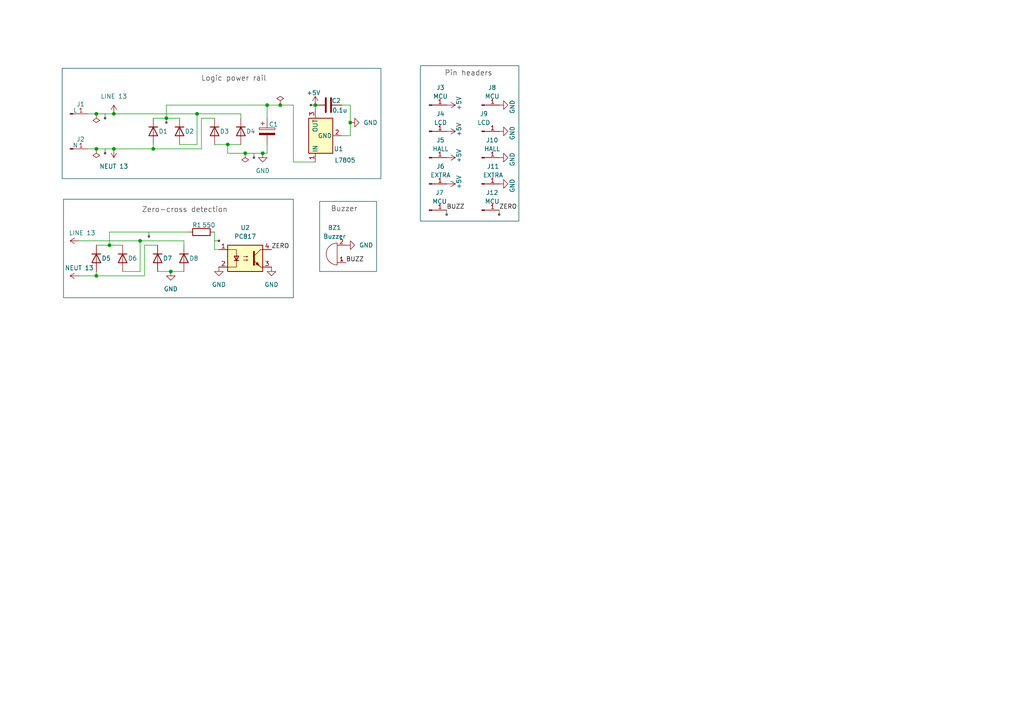
<source format=kicad_sch>
(kicad_sch (version 20250114) (generator "eeschema") (generator_version "9.0")
  (paper "A4")
  (lib_symbols
    (symbol "Connector:Conn_01x01_Pin" (pin_names (offset 1.016) (hide yes))
      (property "Reference" "J" (at 0 2.54 0))
      (property "Value" "Conn_01x01_Pin" (at 0 -2.54 0))
      (symbol "Conn_01x01_Pin_1_1"
        (rectangle (start 0.8636 0.127) (end 0 -0.127) (stroke (width 0.1524)) (fill (type outline)))
        (polyline (pts (xy 1.27 0) (xy 0.8636 0)) (stroke (width 0.1524)))
        (pin passive line (at 5.08 0 180) (length 3.81) (name "Pin_1") (number "1"))
      )
    )
    (symbol "Device:Buzzer" (pin_names (offset 0.0254) (hide yes))
      (property "Reference" "BZ" (at 3.81 1.27 0))
      (property "Value" "Buzzer" (at 3.81 -1.27 0))
      (symbol "Buzzer_0_1"
        (polyline (pts (xy -1.651 1.905) (xy -1.143 1.905)))
        (polyline (pts (xy -1.397 2.159) (xy -1.397 1.651)))
        (arc (start 0 3.175) (mid 3.1612 0) (end 0 -3.175))
        (polyline (pts (xy 0 3.175) (xy 0 -3.175)))
      )
      (symbol "Buzzer_1_1"
        (pin passive line (at -2.54 2.54 0) (length 2.54) (name "+") (number "1"))
        (pin passive line (at -2.54 -2.54 0) (length 2.54) (name "-") (number "2"))
      )
    )
    (symbol "Device:C" (pin_numbers (hide yes)) (pin_names (offset 0.254))
      (property "Reference" "C" (at 0.635 2.54 0))
      (property "Value" "C" (at 0.635 -2.54 0))
      (symbol "C_0_1"
        (polyline (pts (xy -2.032 0.762) (xy 2.032 0.762)) (stroke (width 0.508)))
        (polyline (pts (xy -2.032 -0.762) (xy 2.032 -0.762)) (stroke (width 0.508)))
      )
      (symbol "C_1_1"
        (pin passive line (at 0 3.81 270) (length 2.794) (name "~") (number "1"))
        (pin passive line (at 0 -3.81 90) (length 2.794) (name "~") (number "2"))
      )
    )
    (symbol "Device:C_Polarized" (pin_numbers (hide yes)) (pin_names (offset 0.254))
      (property "Reference" "C" (at 0.635 2.54 0))
      (property "Value" "C_Polarized" (at 0.635 -2.54 0))
      (symbol "C_Polarized_0_1"
        (rectangle (start -2.286 0.508) (end 2.286 1.016))
        (polyline (pts (xy -1.778 2.286) (xy -0.762 2.286)))
        (polyline (pts (xy -1.27 2.794) (xy -1.27 1.778)))
        (rectangle (start 2.286 -0.508) (end -2.286 -1.016) (fill (type outline)))
      )
      (symbol "C_Polarized_1_1"
        (pin passive line (at 0 3.81 270) (length 2.794) (name "~") (number "1"))
        (pin passive line (at 0 -3.81 90) (length 2.794) (name "~") (number "2"))
      )
    )
    (symbol "Device:R" (pin_numbers (hide yes)) (pin_names (offset 0))
      (property "Reference" "R" (at 2.032 0 90))
      (property "Value" "R" (at 0 0 90))
      (symbol "R_0_1"
        (rectangle (start -1.016 -2.54) (end 1.016 2.54) (stroke (width 0.254)))
      )
      (symbol "R_1_1"
        (pin passive line (at 0 3.81 270) (length 1.27) (name "~") (number "1"))
        (pin passive line (at 0 -3.81 90) (length 1.27) (name "~") (number "2"))
      )
    )
    (symbol "Diode:1N4007" (pin_numbers (hide yes)) (pin_names (hide yes))
      (property "Reference" "D" (at 0 2.54 0))
      (property "Value" "1N4007" (at 0 -2.54 0))
      (symbol "1N4007_0_1"
        (polyline (pts (xy -1.27 1.27) (xy -1.27 -1.27)) (stroke (width 0.254)))
        (polyline (pts (xy 1.27 1.27) (xy 1.27 -1.27) (xy -1.27 0) (xy 1.27 1.27)) (stroke (width 0.254)))
        (polyline (pts (xy 1.27 0) (xy -1.27 0)))
      )
      (symbol "1N4007_1_1"
        (pin passive line (at -3.81 0 0) (length 2.54) (name "K") (number "1"))
        (pin passive line (at 3.81 0 180) (length 2.54) (name "A") (number "2"))
      )
    )
    (symbol "Isolator:PC817" (pin_names (offset 1.016))
      (property "Reference" "U" (at -5.08 5.08 0))
      (property "Value" "PC817" (at 0 5.08 0))
      (symbol "PC817_0_1"
        (rectangle (start -5.08 3.81) (end 5.08 -3.81) (stroke (width 0.254)) (fill (type background)))
        (polyline (pts (xy -5.08 2.54) (xy -2.54 2.54) (xy -2.54 -0.635)))
        (polyline (pts (xy -3.175 -0.635) (xy -1.905 -0.635)) (stroke (width 0.254)))
        (polyline (pts (xy -2.54 -0.635) (xy -2.54 -2.54) (xy -5.08 -2.54)))
        (polyline (pts (xy -2.54 -0.635) (xy -3.175 0.635) (xy -1.905 0.635) (xy -2.54 -0.635)) (stroke (width 0.254)))
        (polyline (pts (xy -0.508 0.508) (xy 0.762 0.508) (xy 0.381 0.381) (xy 0.381 0.635) (xy 0.762 0.508)))
        (polyline (pts (xy -0.508 -0.508) (xy 0.762 -0.508) (xy 0.381 -0.635) (xy 0.381 -0.381) (xy 0.762 -0.508)))
        (polyline (pts (xy 2.54 1.905) (xy 2.54 -1.905)) (stroke (width 0.508)))
        (polyline (pts (xy 2.54 0.635) (xy 4.445 2.54)))
        (polyline (pts (xy 3.048 -1.651) (xy 3.556 -1.143) (xy 4.064 -2.159) (xy 3.048 -1.651)) (fill (type outline)))
        (polyline (pts (xy 4.445 2.54) (xy 5.08 2.54)))
        (polyline (pts (xy 4.445 -2.54) (xy 2.54 -0.635)) (fill (type outline)))
        (polyline (pts (xy 4.445 -2.54) (xy 5.08 -2.54)))
      )
      (symbol "PC817_1_1"
        (pin passive line (at -7.62 2.54 0) (length 2.54) (name "~") (number "1"))
        (pin passive line (at -7.62 -2.54 0) (length 2.54) (name "~") (number "2"))
        (pin passive line (at 7.62 2.54 180) (length 2.54) (name "~") (number "4"))
        (pin passive line (at 7.62 -2.54 180) (length 2.54) (name "~") (number "3"))
      )
    )
    (symbol "Regulator_Linear:L7805" (pin_names (offset 0.254))
      (property "Reference" "U" (at -3.81 3.175 0))
      (property "Value" "L7805" (at 0 3.175 0))
      (symbol "L7805_0_1"
        (rectangle (start -5.08 1.905) (end 5.08 -5.08) (stroke (width 0.254)) (fill (type background)))
      )
      (symbol "L7805_1_1"
        (pin power_in line (at -7.62 0 0) (length 2.54) (name "IN") (number "1"))
        (pin power_in line (at 0 -7.62 90) (length 2.54) (name "GND") (number "2"))
        (pin power_out line (at 7.62 0 180) (length 2.54) (name "OUT") (number "3"))
      )
    )
    (symbol "power:+5V" (power) (pin_numbers (hide yes)) (pin_names (offset 0) (hide yes))
      (property "Value" "+5V" (at 0 3.556 0))
      (symbol "+5V_0_1"
        (polyline (pts (xy -0.762 1.27) (xy 0 2.54)))
        (polyline (pts (xy 0 2.54) (xy 0.762 1.27)))
        (polyline (pts (xy 0 0) (xy 0 2.54)))
      )
      (symbol "+5V_1_1"
        (pin power_in line (at 0 0 90) (length 0) (name "~") (number "1"))
      )
    )
    (symbol "power:GND" (power) (pin_numbers (hide yes)) (pin_names (offset 0) (hide yes))
      (property "Value" "GND" (at 0 -3.81 0))
      (symbol "GND_0_1"
        (polyline (pts (xy 0 0) (xy 0 -1.27) (xy 1.27 -1.27) (xy 0 -2.54) (xy -1.27 -1.27) (xy 0 -1.27)))
      )
      (symbol "GND_1_1"
        (pin power_in line (at 0 0 270) (length 0) (name "~") (number "1"))
      )
    )
    (symbol "power:LINE" (power) (pin_numbers (hide yes)) (pin_names (offset 0) (hide yes))
      (property "Value" "LINE" (at 0 3.556 0))
      (symbol "LINE_0_1"
        (polyline (pts (xy -0.762 1.27) (xy 0 2.54)))
        (polyline (pts (xy 0 2.54) (xy 0.762 1.27)))
        (polyline (pts (xy 0 0) (xy 0 2.54)))
      )
      (symbol "LINE_1_1"
        (pin power_in line (at 0 0 90) (length 0) (name "~") (number "1"))
      )
    )
    (symbol "power:NEUT" (power) (pin_numbers (hide yes)) (pin_names (offset 0) (hide yes))
      (property "Value" "NEUT" (at 0 3.556 0))
      (symbol "NEUT_0_1"
        (polyline (pts (xy -0.762 1.27) (xy 0 2.54)))
        (polyline (pts (xy 0 2.54) (xy 0.762 1.27)))
        (polyline (pts (xy 0 0) (xy 0 2.54)))
      )
      (symbol "NEUT_1_1"
        (pin power_in line (at 0 0 90) (length 0) (name "~") (number "1"))
      )
    )
    (symbol "power:PWR_FLAG" (power) (pin_numbers (hide yes)) (pin_names (offset 0) (hide yes))
      (property "Value" "PWR_FLAG" (at 0 3.81 0))
      (symbol "PWR_FLAG_0_0"
        (pin power_out line (at 0 0 90) (length 0) (name "~") (number "1"))
      )
      (symbol "PWR_FLAG_0_1"
        (polyline (pts (xy 0 0) (xy 0 1.27) (xy -1.016 1.905) (xy 0 2.54) (xy 1.016 1.905) (xy 0 1.27)))
      )
    )
  )
  (rectangle (start 121.92 19.05) (end 150.495 64.135) (stroke (width 0) (color 0 72 72 1)))
  (rectangle (start 18.034 19.812) (end 110.49 51.816) (stroke (width 0) (color 0 72 72 1)))
  (rectangle (start 92.71 58.42) (end 109.22 78.74) (stroke (width 0) (color 0 72 72 1)))
  (rectangle (start 18.415 57.785) (end 85.09 86.36) (stroke (width 0) (color 0 72 72 1)))
  (text "Logic power rail" (at 67.818 22.86 0) (effects (font (size 1.524 1.524))))
  (text "Pin headers" (at 135.89 21.336 0) (effects (font (size 1.524 1.524))))
  (text "Zero-cross detection" (at 53.594 60.96 0) (effects (font (size 1.524 1.524))))
  (text "Buzzer" (at 99.822 60.706 0) (effects (font (size 1.524 1.524))))
  (junction (at 27.94 33.02))
  (junction (at 76.2 44.45))
  (junction (at 49.53 78.74))
  (junction (at 81.28 30.48))
  (junction (at 27.94 80.01))
  (junction (at 101.6 35.56))
  (junction (at 66.04 41.91))
  (junction (at 31.75 71.12))
  (junction (at 77.47 30.48))
  (junction (at 44.45 43.18))
  (junction (at 91.44 30.48))
  (junction (at 27.94 43.18))
  (junction (at 33.02 33.02))
  (junction (at 48.26 34.29))
  (junction (at 71.12 44.45))
  (junction (at 40.64 69.85))
  (junction (at 33.02 43.18))
  (junction (at 57.15 33.02))
  (wire (pts (xy 58.42 34.29) (xy 58.42 43.18)))
  (wire (pts (xy 48.26 34.29) (xy 52.07 34.29)))
  (wire (pts (xy 57.15 33.02) (xy 57.15 41.91)))
  (wire (pts (xy 76.2 44.45) (xy 77.47 44.45)))
  (wire (pts (xy 69.85 34.29) (xy 69.85 33.02)))
  (wire (pts (xy 44.45 43.18) (xy 58.42 43.18)))
  (wire (pts (xy 40.64 69.85) (xy 53.34 69.85)))
  (wire (pts (xy 27.94 43.18) (xy 33.02 43.18)))
  (wire (pts (xy 66.04 44.45) (xy 71.12 44.45)))
  (wire (pts (xy 48.26 30.48) (xy 48.26 34.29)))
  (wire (pts (xy 77.47 30.48) (xy 81.28 30.48)))
  (wire (pts (xy 71.12 44.45) (xy 76.2 44.45)))
  (wire (pts (xy 77.47 41.91) (xy 77.47 44.45)))
  (wire (pts (xy 22.86 80.01) (xy 27.94 80.01)))
  (wire (pts (xy 52.07 41.91) (xy 57.15 41.91)))
  (wire (pts (xy 66.04 41.91) (xy 66.04 44.45)))
  (wire (pts (xy 31.75 67.31) (xy 54.61 67.31)))
  (wire (pts (xy 49.53 78.74) (xy 53.34 78.74)))
  (wire (pts (xy 25.4 43.18) (xy 27.94 43.18)))
  (wire (pts (xy 66.04 41.91) (xy 69.85 41.91)))
  (wire (pts (xy 27.94 80.01) (xy 27.94 78.74)))
  (wire (pts (xy 35.56 78.74) (xy 40.64 78.74)))
  (wire (pts (xy 101.6 30.48) (xy 101.6 35.56)))
  (wire (pts (xy 85.09 30.48) (xy 85.09 46.99)))
  (wire (pts (xy 31.75 67.31) (xy 31.75 71.12)))
  (wire (pts (xy 27.94 33.02) (xy 33.02 33.02)))
  (wire (pts (xy 62.23 72.39) (xy 63.5 72.39)))
  (wire (pts (xy 45.72 71.12) (xy 41.91 71.12)))
  (wire (pts (xy 91.44 30.48) (xy 91.44 31.75)))
  (wire (pts (xy 27.94 80.01) (xy 41.91 80.01)))
  (wire (pts (xy 77.47 30.48) (xy 77.47 34.29)))
  (wire (pts (xy 44.45 43.18) (xy 44.45 41.91)))
  (wire (pts (xy 27.94 71.12) (xy 31.75 71.12)))
  (wire (pts (xy 22.86 69.85) (xy 40.64 69.85)))
  (wire (pts (xy 44.45 34.29) (xy 48.26 34.29)))
  (wire (pts (xy 62.23 41.91) (xy 66.04 41.91)))
  (wire (pts (xy 53.34 71.12) (xy 53.34 69.85)))
  (wire (pts (xy 25.4 33.02) (xy 27.94 33.02)))
  (wire (pts (xy 101.6 35.56) (xy 101.6 39.37)))
  (wire (pts (xy 41.91 71.12) (xy 41.91 80.01)))
  (wire (pts (xy 62.23 67.31) (xy 62.23 72.39)))
  (wire (pts (xy 33.02 33.02) (xy 57.15 33.02)))
  (wire (pts (xy 48.26 30.48) (xy 77.47 30.48)))
  (wire (pts (xy 45.72 78.74) (xy 49.53 78.74)))
  (wire (pts (xy 81.28 30.48) (xy 85.09 30.48)))
  (wire (pts (xy 101.6 39.37) (xy 99.06 39.37)))
  (wire (pts (xy 33.02 43.18) (xy 44.45 43.18)))
  (wire (pts (xy 40.64 69.85) (xy 40.64 78.74)))
  (wire (pts (xy 62.23 34.29) (xy 58.42 34.29)))
  (wire (pts (xy 99.06 30.48) (xy 101.6 30.48)))
  (wire (pts (xy 85.09 46.99) (xy 91.44 46.99)))
  (wire (pts (xy 31.75 71.12) (xy 35.56 71.12)))
  (wire (pts (xy 57.15 33.02) (xy 69.85 33.02)))
  (label "BUZZ" (at 129.54 60.96 0))
  (label "ZERO" (at 144.78 60.96 0))
  (label "BUZZ" (at 100.33 76.2 0))
  (label "ZERO" (at 78.74 72.39 0))
  (netclass_flag "" (length 1.27) (shape dot) (at 91.44 30.48 90) (property "Netclass" "LV" (effects (hide yes))))
  (netclass_flag "" (length 1.27) (shape dot) (at 48.26 34.29 180) (property "Netclass" "LV" (effects (hide yes))))
  (netclass_flag "" (length 1.27) (shape dot) (at 62.23 69.85 270) (property "Netclass" "LV" (effects (hide yes))))
  (netclass_flag "" (length 1.27) (shape dot) (at 30.48 43.18 180) (property "Netclass" "AC13_N" (effects (hide yes))))
  (netclass_flag "" (length 1.27) (shape dot) (at 73.66 44.45 180) (property "Netclass" "GND" (effects (hide yes))))
  (netclass_flag "" (length 1.27) (shape dot) (at 129.54 60.96 180) (property "Netclass" "Signal" (effects (hide yes))))
  (netclass_flag "" (length 1.27) (shape dot) (at 30.48 33.02 180) (property "Netclass" "AC13_L" (effects (hide yes))))
  (netclass_flag "" (length 1.27) (shape dot) (at 43.18 67.31 180) (property "Netclass" "LV" (effects (hide yes))))
  (netclass_flag "" (length 1.27) (shape dot) (at 144.78 60.96 180) (property "Netclass" "Signal" (effects (hide yes))))
  (symbol (lib_id "power:GND") (at 144.78 30.48 90) (unit 1)
    (property "Reference" "#PWR015" (effects (hide yes)))
    (property "Value" "GND" (at 148.59 28.956 0) (effects (justify right)))
    (property "Description" "Power symbol creates a global label with name \"GND\" , ground" (effects (hide yes)))
  )
  (symbol (lib_id "power:NEUT") (at 22.86 80.01 90) (unit 1)
    (property "Reference" "#PWR05" (effects (hide yes)))
    (property "Value" "NEUT 13" (at 27.178 77.724 90) (effects (justify left)))
    (property "Description" "Power symbol creates a global label with name \"NEUT\"" (effects (hide yes)))
  )
  (symbol (lib_id "power:PWR_FLAG") (at 27.94 33.02 180) (unit 1)
    (property "Reference" "#FLG01" (effects (hide yes)))
    (property "Value" "PWR_FLAG" (effects (hide yes)))
    (property "Description" "Special symbol for telling ERC where power comes from" (effects (hide yes)))
  )
  (symbol (lib_id "power:GND") (at 76.2 44.45 0) (unit 1)
    (property "Reference" "#PWR03" (effects (hide yes)))
    (property "Value" "GND" (at 76.2 49.53 0))
    (property "Description" "Power symbol creates a global label with name \"GND\" , ground" (effects (hide yes)))
  )
  (symbol (lib_id "Connector:Conn_01x01_Pin") (at 124.46 53.34 0) (unit 1)
    (property "Reference" "J6" (at 127.762 48.26 0))
    (property "Value" "EXTRA" (at 127.762 50.8 0))
    (property "Footprint" "Connector_Wire:SolderWire-0.1sqmm_1x01_D0.4mm_OD1mm" (effects (hide yes)))
    (property "Description" "Generic connector, single row, 01x01, script generated" (effects (hide yes)))
  )
  (symbol (lib_id "power:+5V") (at 129.54 38.1 270) (unit 1)
    (property "Reference" "#PWR011" (effects (hide yes)))
    (property "Value" "+5V" (at 133.096 37.592 0))
    (property "Description" "Power symbol creates a global label with name \"+5V\"" (effects (hide yes)))
  )
  (symbol (lib_id "Diode:1N4007") (at 27.94 74.93 270) (unit 1)
    (property "Reference" "D5" (at 29.464 74.93 90) (effects (justify left)))
    (property "Value" "1N4007" (effects (hide yes)))
    (property "Footprint" "Diode_THT:D_DO-41_SOD81_P10.16mm_Horizontal" (effects (hide yes)))
    (property "Datasheet" "http://www.vishay.com/docs/88503/1n4001.pdf" (effects (hide yes)))
    (property "Description" "1000V 1A General Purpose Rectifier Diode, DO-41" (effects (hide yes)))
    (property "Sim.Device" "D" (effects (hide yes)))
    (property "Sim.Pins" "1=K 2=A" (effects (hide yes)))
  )
  (symbol (lib_id "Diode:1N4007") (at 35.56 74.93 270) (unit 1)
    (property "Reference" "D6" (at 37.084 74.93 90) (effects (justify left)))
    (property "Value" "1N4007" (effects (hide yes)))
    (property "Footprint" "Diode_THT:D_DO-41_SOD81_P10.16mm_Horizontal" (effects (hide yes)))
    (property "Datasheet" "http://www.vishay.com/docs/88503/1n4001.pdf" (effects (hide yes)))
    (property "Description" "1000V 1A General Purpose Rectifier Diode, DO-41" (effects (hide yes)))
    (property "Sim.Device" "D" (effects (hide yes)))
    (property "Sim.Pins" "1=K 2=A" (effects (hide yes)))
  )
  (symbol (lib_id "Connector:Conn_01x01_Pin") (at 139.7 53.34 0) (unit 1)
    (property "Reference" "J11" (at 143.002 48.26 0))
    (property "Value" "EXTRA" (at 143.002 50.8 0))
    (property "Footprint" "Connector_Wire:SolderWire-0.1sqmm_1x01_D0.4mm_OD1mm" (effects (hide yes)))
    (property "Description" "Generic connector, single row, 01x01, script generated" (effects (hide yes)))
  )
  (symbol (lib_id "power:GND") (at 63.5 77.47 0) (unit 1)
    (property "Reference" "#PWR09" (effects (hide yes)))
    (property "Value" "GND" (at 63.5 82.55 0))
    (property "Description" "Power symbol creates a global label with name \"GND\" , ground" (effects (hide yes)))
  )
  (symbol (lib_id "Device:C_Polarized") (at 77.47 38.1 0) (unit 1)
    (property "Reference" "C1" (at 77.978 36.068 0) (effects (justify left)))
    (property "Value" "1000u" (effects (hide yes)))
    (property "Footprint" "Capacitor_THT:CP_Radial_D13.0mm_P2.50mm" (effects (hide yes)))
    (property "Description" "Polarized capacitor" (effects (hide yes)))
  )
  (symbol (lib_id "Connector:Conn_01x01_Pin") (at 20.32 43.18 0) (unit 1)
    (property "Reference" "J2" (at 23.368 40.386 0))
    (property "Value" "N" (at 21.844 42.164 0))
    (property "Footprint" "EMI:Spade" (effects (hide yes)))
    (property "Description" "Generic connector, single row, 01x01, script generated" (effects (hide yes)))
  )
  (symbol (lib_id "power:GND") (at 100.33 71.12 90) (unit 1)
    (property "Reference" "#PWR019" (effects (hide yes)))
    (property "Value" "GND" (at 104.14 71.1199 90) (effects (justify right)))
    (property "Description" "Power symbol creates a global label with name \"GND\" , ground" (effects (hide yes)))
  )
  (symbol (lib_id "power:NEUT") (at 33.02 43.18 180) (unit 1)
    (property "Reference" "#PWR02" (effects (hide yes)))
    (property "Value" "NEUT 13" (at 33.02 48.26 0))
    (property "Description" "Power symbol creates a global label with name \"NEUT\"" (effects (hide yes)))
  )
  (symbol (lib_id "Device:Buzzer") (at 97.79 73.66 180) (unit 1)
    (property "Reference" "BZ1" (at 97.0349 66.04 0))
    (property "Value" "Buzzer" (at 97.0349 68.58 0))
    (property "Footprint" "Buzzer_Beeper:Buzzer_12x9.5RM7.6" (effects (hide yes)))
    (property "Description" "Buzzer, polarized" (effects (hide yes)))
  )
  (symbol (lib_id "Diode:1N4007") (at 53.34 74.93 270) (unit 1)
    (property "Reference" "D8" (at 54.864 74.93 90) (effects (justify left)))
    (property "Value" "1N4007" (effects (hide yes)))
    (property "Footprint" "Diode_THT:D_DO-41_SOD81_P10.16mm_Horizontal" (effects (hide yes)))
    (property "Datasheet" "http://www.vishay.com/docs/88503/1n4001.pdf" (effects (hide yes)))
    (property "Description" "1000V 1A General Purpose Rectifier Diode, DO-41" (effects (hide yes)))
    (property "Sim.Device" "D" (effects (hide yes)))
    (property "Sim.Pins" "1=K 2=A" (effects (hide yes)))
  )
  (symbol (lib_id "Connector:Conn_01x01_Pin") (at 124.46 38.1 0) (unit 1)
    (property "Reference" "J4" (at 127.762 33.02 0))
    (property "Value" "LCD" (at 127.762 35.56 0))
    (property "Footprint" "Connector_Wire:SolderWire-0.1sqmm_1x01_D0.4mm_OD1mm" (effects (hide yes)))
    (property "Description" "Generic connector, single row, 01x01, script generated" (effects (hide yes)))
  )
  (symbol (lib_id "Connector:Conn_01x01_Pin") (at 124.46 45.72 0) (unit 1)
    (property "Reference" "J5" (at 127.762 40.64 0))
    (property "Value" "HALL" (at 127.762 43.18 0))
    (property "Footprint" "Connector_Wire:SolderWire-0.1sqmm_1x01_D0.4mm_OD1mm" (effects (hide yes)))
    (property "Description" "Generic connector, single row, 01x01, script generated" (effects (hide yes)))
  )
  (symbol (lib_id "power:PWR_FLAG") (at 71.12 44.45 180) (unit 1)
    (property "Reference" "#FLG04" (effects (hide yes)))
    (property "Value" "PWR_FLAG" (effects (hide yes)))
    (property "Description" "Special symbol for telling ERC where power comes from" (effects (hide yes)))
  )
  (symbol (lib_id "Diode:1N4007") (at 52.07 38.1 270) (unit 1)
    (property "Reference" "D2" (at 53.594 38.1 90) (effects (justify left)))
    (property "Value" "1N4007" (effects (hide yes)))
    (property "Footprint" "Diode_THT:D_DO-41_SOD81_P10.16mm_Horizontal" (effects (hide yes)))
    (property "Datasheet" "http://www.vishay.com/docs/88503/1n4001.pdf" (effects (hide yes)))
    (property "Description" "1000V 1A General Purpose Rectifier Diode, DO-41" (effects (hide yes)))
    (property "Sim.Device" "D" (effects (hide yes)))
    (property "Sim.Pins" "1=K 2=A" (effects (hide yes)))
  )
  (symbol (lib_id "Connector:Conn_01x01_Pin") (at 139.7 45.72 0) (unit 1)
    (property "Reference" "J10" (at 142.748 40.64 0))
    (property "Value" "HALL" (at 142.748 43.18 0))
    (property "Footprint" "Connector_Wire:SolderWire-0.1sqmm_1x01_D0.4mm_OD1mm" (effects (hide yes)))
    (property "Description" "Generic connector, single row, 01x01, script generated" (effects (hide yes)))
  )
  (symbol (lib_id "power:PWR_FLAG") (at 27.94 43.18 180) (unit 1)
    (property "Reference" "#FLG02" (effects (hide yes)))
    (property "Value" "PWR_FLAG" (effects (hide yes)))
    (property "Description" "Special symbol for telling ERC where power comes from" (effects (hide yes)))
  )
  (symbol (lib_id "Diode:1N4007") (at 69.85 38.1 270) (unit 1)
    (property "Reference" "D4" (at 71.374 38.1 90) (effects (justify left)))
    (property "Value" "1N4007" (effects (hide yes)))
    (property "Footprint" "Diode_THT:D_DO-41_SOD81_P10.16mm_Horizontal" (effects (hide yes)))
    (property "Datasheet" "http://www.vishay.com/docs/88503/1n4001.pdf" (effects (hide yes)))
    (property "Description" "1000V 1A General Purpose Rectifier Diode, DO-41" (effects (hide yes)))
    (property "Sim.Device" "D" (effects (hide yes)))
    (property "Sim.Pins" "1=K 2=A" (effects (hide yes)))
  )
  (symbol (lib_id "Connector:Conn_01x01_Pin") (at 139.7 30.48 0) (unit 1)
    (property "Reference" "J8" (at 142.748 25.4 0))
    (property "Value" "MCU" (at 142.748 27.94 0))
    (property "Footprint" "Connector_Wire:SolderWire-0.1sqmm_1x01_D0.4mm_OD1mm" (effects (hide yes)))
    (property "Description" "Generic connector, single row, 01x01, script generated" (effects (hide yes)))
  )
  (symbol (lib_id "power:+5V") (at 91.44 30.48 0) (unit 1)
    (property "Reference" "#PWR06" (effects (hide yes)))
    (property "Value" "+5V" (at 90.932 26.924 0))
    (property "Description" "Power symbol creates a global label with name \"+5V\"" (effects (hide yes)))
  )
  (symbol (lib_id "power:GND") (at 144.78 53.34 90) (unit 1)
    (property "Reference" "#PWR018" (effects (hide yes)))
    (property "Value" "GND" (at 148.59 51.816 0) (effects (justify right)))
    (property "Description" "Power symbol creates a global label with name \"GND\" , ground" (effects (hide yes)))
  )
  (symbol (lib_id "Connector:Conn_01x01_Pin") (at 139.7 38.1 0) (unit 1)
    (property "Reference" "J9" (at 140.335 33.02 0))
    (property "Value" "LCD" (at 140.335 35.56 0))
    (property "Footprint" "Connector_Wire:SolderWire-0.1sqmm_1x01_D0.4mm_OD1mm" (effects (hide yes)))
    (property "Description" "Generic connector, single row, 01x01, script generated" (effects (hide yes)))
  )
  (symbol (lib_id "Diode:1N4007") (at 44.45 38.1 270) (unit 1)
    (property "Reference" "D1" (at 45.974 38.1 90) (effects (justify left)))
    (property "Value" "1N4007" (effects (hide yes)))
    (property "Footprint" "Diode_THT:D_DO-41_SOD81_P10.16mm_Horizontal" (effects (hide yes)))
    (property "Datasheet" "http://www.vishay.com/docs/88503/1n4001.pdf" (effects (hide yes)))
    (property "Description" "1000V 1A General Purpose Rectifier Diode, DO-41" (effects (hide yes)))
    (property "Sim.Device" "D" (effects (hide yes)))
    (property "Sim.Pins" "1=K 2=A" (effects (hide yes)))
  )
  (symbol (lib_id "power:GND") (at 101.6 35.56 90) (unit 1)
    (property "Reference" "#PWR07" (effects (hide yes)))
    (property "Value" "GND" (at 105.41 35.5599 90) (effects (justify right)))
    (property "Description" "Power symbol creates a global label with name \"GND\" , ground" (effects (hide yes)))
  )
  (symbol (lib_id "Connector:Conn_01x01_Pin") (at 124.46 60.96 0) (unit 1)
    (property "Reference" "J7" (at 127.508 55.88 0))
    (property "Value" "MCU" (at 127.508 58.42 0))
    (property "Footprint" "Connector_Wire:SolderWire-0.1sqmm_1x01_D0.4mm_OD1mm" (effects (hide yes)))
    (property "Description" "Generic connector, single row, 01x01, script generated" (effects (hide yes)))
  )
  (symbol (lib_id "power:+5V") (at 129.54 30.48 270) (unit 1)
    (property "Reference" "#PWR010" (effects (hide yes)))
    (property "Value" "+5V" (at 133.096 29.972 0))
    (property "Description" "Power symbol creates a global label with name \"+5V\"" (effects (hide yes)))
  )
  (symbol (lib_id "power:+5V") (at 129.54 45.72 270) (unit 1)
    (property "Reference" "#PWR012" (effects (hide yes)))
    (property "Value" "+5V" (at 133.096 45.212 0))
    (property "Description" "Power symbol creates a global label with name \"+5V\"" (effects (hide yes)))
  )
  (symbol (lib_id "Device:C") (at 95.25 30.48 90) (unit 1)
    (property "Reference" "C2" (at 97.536 29.21 90))
    (property "Value" "0.1u" (at 98.552 32.004 90))
    (property "Footprint" "Capacitor_THT:C_Disc_D6.0mm_W4.4mm_P5.00mm" (effects (hide yes)))
    (property "Description" "Unpolarized capacitor" (effects (hide yes)))
  )
  (symbol (lib_id "Regulator_Linear:L7805") (at 91.44 39.37 90) (unit 1)
    (property "Reference" "U1" (at 99.568 43.18 90) (effects (justify left)))
    (property "Value" "L7805" (at 103.124 46.482 90) (effects (justify left)))
    (property "Footprint" "Package_TO_SOT_THT:TO-220-3_Vertical" (effects (hide yes)))
    (property "Datasheet" "http://www.st.com/content/ccc/resource/technical/document/datasheet/41/4f/b3/b0/12/d4/47/88/CD00000444.pdf/files/CD00000444.pdf/jcr:content/translations/en.CD00000444.pdf" (effects (hide yes)))
    (property "Description" "Positive 1.5A 35V Linear Regulator, Fixed Output 5V, TO-220/TO-263/TO-252" (effects (hide yes)))
  )
  (symbol (lib_id "power:+5V") (at 129.54 53.34 270) (unit 1)
    (property "Reference" "#PWR013" (effects (hide yes)))
    (property "Value" "+5V" (at 133.096 52.832 0))
    (property "Description" "Power symbol creates a global label with name \"+5V\"" (effects (hide yes)))
  )
  (symbol (lib_id "power:GND") (at 144.78 45.72 90) (unit 1)
    (property "Reference" "#PWR017" (effects (hide yes)))
    (property "Value" "GND" (at 148.59 44.196 0) (effects (justify right)))
    (property "Description" "Power symbol creates a global label with name \"GND\" , ground" (effects (hide yes)))
  )
  (symbol (lib_id "Isolator:PC817") (at 71.12 74.93 0) (unit 1)
    (property "Reference" "U2" (at 71.12 66.04 0))
    (property "Value" "PC817" (at 71.12 68.58 0))
    (property "Footprint" "Package_DIP:DIP-4_W7.62mm" (effects (hide yes)))
    (property "Datasheet" "http://www.soselectronic.cz/a_info/resource/d/pc817.pdf" (effects (hide yes)))
    (property "Description" "DC Optocoupler, Vce 35V, CTR 50-300%, DIP-4" (effects (hide yes)))
  )
  (symbol (lib_id "power:PWR_FLAG") (at 81.28 30.48 0) (unit 1)
    (property "Reference" "#FLG03" (effects (hide yes)))
    (property "Value" "PWR_FLAG" (effects (hide yes)))
    (property "Description" "Special symbol for telling ERC where power comes from" (effects (hide yes)))
  )
  (symbol (lib_id "Connector:Conn_01x01_Pin") (at 20.32 33.02 0) (unit 1)
    (property "Reference" "J1" (at 23.368 30.226 0))
    (property "Value" "L" (at 21.844 32.004 0))
    (property "Footprint" "EMI:Spade" (effects (hide yes)))
    (property "Description" "Generic connector, single row, 01x01, script generated" (effects (hide yes)))
  )
  (symbol (lib_id "power:LINE") (at 33.02 33.02 0) (unit 1)
    (property "Reference" "#PWR01" (effects (hide yes)))
    (property "Value" "LINE 13" (at 33.02 27.94 0))
    (property "Description" "Power symbol creates a global label with name \"LINE\"" (effects (hide yes)))
  )
  (symbol (lib_id "Connector:Conn_01x01_Pin") (at 139.7 60.96 0) (unit 1)
    (property "Reference" "J12" (at 142.748 55.88 0))
    (property "Value" "MCU" (at 142.748 58.42 0))
    (property "Footprint" "Connector_Wire:SolderWire-0.1sqmm_1x01_D0.4mm_OD1mm" (effects (hide yes)))
    (property "Description" "Generic connector, single row, 01x01, script generated" (effects (hide yes)))
  )
  (symbol (lib_id "Connector:Conn_01x01_Pin") (at 124.46 30.48 0) (unit 1)
    (property "Reference" "J3" (at 127.762 25.4 0))
    (property "Value" "MCU" (at 127.762 27.94 0))
    (property "Footprint" "Connector_Wire:SolderWire-0.1sqmm_1x01_D0.4mm_OD1mm" (effects (hide yes)))
    (property "Description" "Generic connector, single row, 01x01, script generated" (effects (hide yes)))
  )
  (symbol (lib_id "power:LINE") (at 22.86 69.85 90) (unit 1)
    (property "Reference" "#PWR04" (effects (hide yes)))
    (property "Value" "LINE 13" (at 27.686 67.564 90) (effects (justify left)))
    (property "Description" "Power symbol creates a global label with name \"LINE\"" (effects (hide yes)))
  )
  (symbol (lib_id "power:GND") (at 144.78 38.1 90) (unit 1)
    (property "Reference" "#PWR016" (effects (hide yes)))
    (property "Value" "GND" (at 148.59 36.576 0) (effects (justify right)))
    (property "Description" "Power symbol creates a global label with name \"GND\" , ground" (effects (hide yes)))
  )
  (symbol (lib_id "Diode:1N4007") (at 45.72 74.93 270) (unit 1)
    (property "Reference" "D7" (at 47.244 74.93 90) (effects (justify left)))
    (property "Value" "1N4007" (effects (hide yes)))
    (property "Footprint" "Diode_THT:D_DO-41_SOD81_P10.16mm_Horizontal" (effects (hide yes)))
    (property "Datasheet" "http://www.vishay.com/docs/88503/1n4001.pdf" (effects (hide yes)))
    (property "Description" "1000V 1A General Purpose Rectifier Diode, DO-41" (effects (hide yes)))
    (property "Sim.Device" "D" (effects (hide yes)))
    (property "Sim.Pins" "1=K 2=A" (effects (hide yes)))
  )
  (symbol (lib_id "Diode:1N4007") (at 62.23 38.1 270) (unit 1)
    (property "Reference" "D3" (at 63.754 38.1 90) (effects (justify left)))
    (property "Value" "1N4007" (effects (hide yes)))
    (property "Footprint" "Diode_THT:D_DO-41_SOD81_P10.16mm_Horizontal" (effects (hide yes)))
    (property "Datasheet" "http://www.vishay.com/docs/88503/1n4001.pdf" (effects (hide yes)))
    (property "Description" "1000V 1A General Purpose Rectifier Diode, DO-41" (effects (hide yes)))
    (property "Sim.Device" "D" (effects (hide yes)))
    (property "Sim.Pins" "1=K 2=A" (effects (hide yes)))
  )
  (symbol (lib_id "power:GND") (at 78.74 77.47 0) (unit 1)
    (property "Reference" "#PWR014" (effects (hide yes)))
    (property "Value" "GND" (at 78.74 82.55 0))
    (property "Description" "Power symbol creates a global label with name \"GND\" , ground" (effects (hide yes)))
  )
  (symbol (lib_id "Device:R") (at 58.42 67.31 90) (unit 1)
    (property "Reference" "R1" (at 58.42 65.278 90) (effects (justify left)))
    (property "Value" "550" (at 62.484 65.278 90) (effects (justify left)))
    (property "Footprint" "Resistor_THT:R_Axial_DIN0207_L6.3mm_D2.5mm_P7.62mm_Horizontal" (effects (hide yes)))
    (property "Description" "Resistor" (effects (hide yes)))
  )
  (symbol (lib_id "power:GND") (at 49.53 78.74 0) (unit 1)
    (property "Reference" "#PWR08" (effects (hide yes)))
    (property "Value" "GND" (at 49.53 83.82 0))
    (property "Description" "Power symbol creates a global label with name \"GND\" , ground" (effects (hide yes)))
  )
)
</source>
